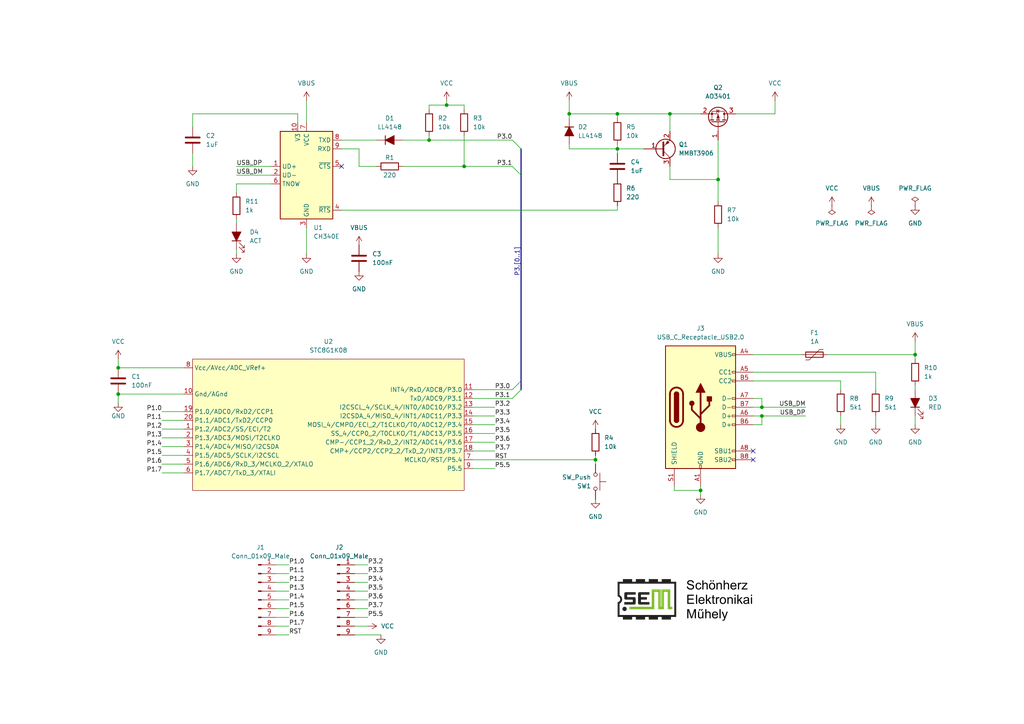
<source format=kicad_sch>
(kicad_sch (version 20230121) (generator eeschema)
  (paper "A4")
  (title_block (title "SEM tanfolyam STC panel") (date "2023-02-09") (rev "A.1"))
  (lib_symbols
    (symbol "Connector:Conn_01x09_Male" (pin_names (offset 1.016) hide)
      (property "Reference" "J" (at 0 12.7 0))
      (property "Value" "Conn_01x09_Male" (at 0 -12.7 0))
      (symbol "Conn_01x09_Male_1_1"
        (polyline (pts (xy 1.27 -10.16) (xy 0.8636 -10.16)) (stroke (width 0.1524)))
        (polyline (pts (xy 1.27 -7.62) (xy 0.8636 -7.62)) (stroke (width 0.1524)))
        (polyline (pts (xy 1.27 -5.08) (xy 0.8636 -5.08)) (stroke (width 0.1524)))
        (polyline (pts (xy 1.27 -2.54) (xy 0.8636 -2.54)) (stroke (width 0.1524)))
        (polyline (pts (xy 1.27 0) (xy 0.8636 0)) (stroke (width 0.1524)))
        (polyline (pts (xy 1.27 2.54) (xy 0.8636 2.54)) (stroke (width 0.1524)))
        (polyline (pts (xy 1.27 5.08) (xy 0.8636 5.08)) (stroke (width 0.1524)))
        (polyline (pts (xy 1.27 7.62) (xy 0.8636 7.62)) (stroke (width 0.1524)))
        (polyline (pts (xy 1.27 10.16) (xy 0.8636 10.16)) (stroke (width 0.1524)))
        (rectangle (start 0.8636 -10.033) (end 0 -10.287) (stroke (width 0.1524)) (fill (type outline)))
        (rectangle (start 0.8636 -7.493) (end 0 -7.747) (stroke (width 0.1524)) (fill (type outline)))
        (rectangle (start 0.8636 -4.953) (end 0 -5.207) (stroke (width 0.1524)) (fill (type outline)))
        (rectangle (start 0.8636 -2.413) (end 0 -2.667) (stroke (width 0.1524)) (fill (type outline)))
        (rectangle (start 0.8636 0.127) (end 0 -0.127) (stroke (width 0.1524)) (fill (type outline)))
        (rectangle (start 0.8636 2.667) (end 0 2.413) (stroke (width 0.1524)) (fill (type outline)))
        (rectangle (start 0.8636 5.207) (end 0 4.953) (stroke (width 0.1524)) (fill (type outline)))
        (rectangle (start 0.8636 7.747) (end 0 7.493) (stroke (width 0.1524)) (fill (type outline)))
        (rectangle (start 0.8636 10.287) (end 0 10.033) (stroke (width 0.1524)) (fill (type outline)))
        (pin passive line (at 5.08 10.16 180) (length 3.81) (name "Pin_1") (number "1"))
        (pin passive line (at 5.08 7.62 180) (length 3.81) (name "Pin_2") (number "2"))
        (pin passive line (at 5.08 5.08 180) (length 3.81) (name "Pin_3") (number "3"))
        (pin passive line (at 5.08 2.54 180) (length 3.81) (name "Pin_4") (number "4"))
        (pin passive line (at 5.08 0 180) (length 3.81) (name "Pin_5") (number "5"))
        (pin passive line (at 5.08 -2.54 180) (length 3.81) (name "Pin_6") (number "6"))
        (pin passive line (at 5.08 -5.08 180) (length 3.81) (name "Pin_7") (number "7"))
        (pin passive line (at 5.08 -7.62 180) (length 3.81) (name "Pin_8") (number "8"))
        (pin passive line (at 5.08 -10.16 180) (length 3.81) (name "Pin_9") (number "9"))
      )
    )
    (symbol "Connector:USB_C_Receptacle_USB2.0" (pin_names (offset 1.016))
      (property "Reference" "J" (at -10.16 19.05 0))
      (property "Value" "USB_C_Receptacle_USB2.0" (at 19.05 19.05 0))
      (symbol "USB_C_Receptacle_USB2.0_0_0"
        (rectangle (start -0.254 -17.78) (end 0.254 -16.764))
        (rectangle (start 10.16 -14.986) (end 9.144 -15.494))
        (rectangle (start 10.16 -12.446) (end 9.144 -12.954))
        (rectangle (start 10.16 -4.826) (end 9.144 -5.334))
        (rectangle (start 10.16 -2.286) (end 9.144 -2.794))
        (rectangle (start 10.16 0.254) (end 9.144 -0.254))
        (rectangle (start 10.16 2.794) (end 9.144 2.286))
        (rectangle (start 10.16 7.874) (end 9.144 7.366))
        (rectangle (start 10.16 10.414) (end 9.144 9.906))
        (rectangle (start 10.16 15.494) (end 9.144 14.986))
      )
      (symbol "USB_C_Receptacle_USB2.0_0_1"
        (rectangle (start -10.16 17.78) (end 10.16 -17.78) (stroke (width 0.254)) (fill (type background)))
        (arc (start -8.89 -3.81) (mid -6.985 -5.7067) (end -5.08 -3.81) (stroke (width 0.508)))
        (arc (start -7.62 -3.81) (mid -6.985 -4.4423) (end -6.35 -3.81) (stroke (width 0.254)))
        (arc (start -7.62 -3.81) (mid -6.985 -4.4423) (end -6.35 -3.81) (stroke (width 0.254)) (fill (type outline)))
        (rectangle (start -7.62 -3.81) (end -6.35 3.81) (stroke (width 0.254)) (fill (type outline)))
        (arc (start -6.35 3.81) (mid -6.985 4.4423) (end -7.62 3.81) (stroke (width 0.254)))
        (arc (start -6.35 3.81) (mid -6.985 4.4423) (end -7.62 3.81) (stroke (width 0.254)) (fill (type outline)))
        (arc (start -5.08 3.81) (mid -6.985 5.7067) (end -8.89 3.81) (stroke (width 0.508)))
        (circle (center -2.54 1.143) (radius 0.635) (stroke (width 0.254)) (fill (type outline)))
        (circle (center 0 -5.842) (radius 1.27) (fill (type outline)))
        (polyline (pts (xy -8.89 -3.81) (xy -8.89 3.81)) (stroke (width 0.508)))
        (polyline (pts (xy -5.08 3.81) (xy -5.08 -3.81)) (stroke (width 0.508)))
        (polyline (pts (xy 0 -5.842) (xy 0 4.318)) (stroke (width 0.508)))
        (polyline (pts (xy 0 -3.302) (xy -2.54 -0.762) (xy -2.54 0.508)) (stroke (width 0.508)))
        (polyline (pts (xy 0 -2.032) (xy 2.54 0.508) (xy 2.54 1.778)) (stroke (width 0.508)))
        (polyline (pts (xy -1.27 4.318) (xy 0 6.858) (xy 1.27 4.318) (xy -1.27 4.318)) (stroke (width 0.254)) (fill (type outline)))
        (rectangle (start 1.905 1.778) (end 3.175 3.048) (stroke (width 0.254)) (fill (type outline)))
      )
      (symbol "USB_C_Receptacle_USB2.0_1_1"
        (pin passive line (at 0 -22.86 90) (length 5.08) (name "GND") (number "A1"))
        (pin passive line (at 0 -22.86 90) (length 5.08) hide (name "GND") (number "A12"))
        (pin passive line (at 15.24 15.24 180) (length 5.08) (name "VBUS") (number "A4"))
        (pin bidirectional line (at 15.24 10.16 180) (length 5.08) (name "CC1") (number "A5"))
        (pin bidirectional line (at 15.24 -2.54 180) (length 5.08) (name "D+") (number "A6"))
        (pin bidirectional line (at 15.24 2.54 180) (length 5.08) (name "D-") (number "A7"))
        (pin bidirectional line (at 15.24 -12.7 180) (length 5.08) (name "SBU1") (number "A8"))
        (pin passive line (at 15.24 15.24 180) (length 5.08) hide (name "VBUS") (number "A9"))
        (pin passive line (at 0 -22.86 90) (length 5.08) hide (name "GND") (number "B1"))
        (pin passive line (at 0 -22.86 90) (length 5.08) hide (name "GND") (number "B12"))
        (pin passive line (at 15.24 15.24 180) (length 5.08) hide (name "VBUS") (number "B4"))
        (pin bidirectional line (at 15.24 7.62 180) (length 5.08) (name "CC2") (number "B5"))
        (pin bidirectional line (at 15.24 -5.08 180) (length 5.08) (name "D+") (number "B6"))
        (pin bidirectional line (at 15.24 0 180) (length 5.08) (name "D-") (number "B7"))
        (pin bidirectional line (at 15.24 -15.24 180) (length 5.08) (name "SBU2") (number "B8"))
        (pin passive line (at 15.24 15.24 180) (length 5.08) hide (name "VBUS") (number "B9"))
        (pin passive line (at -7.62 -22.86 90) (length 5.08) (name "SHIELD") (number "S1"))
      )
    )
    (symbol "Device:C" (pin_numbers hide) (pin_names (offset 0.254))
      (property "Reference" "C" (at 0.635 2.54 0))
      (property "Value" "C" (at 0.635 -2.54 0))
      (symbol "C_0_1"
        (polyline (pts (xy -2.032 -0.762) (xy 2.032 -0.762)) (stroke (width 0.508)))
        (polyline (pts (xy -2.032 0.762) (xy 2.032 0.762)) (stroke (width 0.508)))
      )
      (symbol "C_1_1"
        (pin passive line (at 0 3.81 270) (length 2.794) (name "~") (number "1"))
        (pin passive line (at 0 -3.81 90) (length 2.794) (name "~") (number "2"))
      )
    )
    (symbol "Device:D_Filled" (pin_numbers hide) (pin_names (offset 1.016) hide)
      (property "Reference" "D" (at 0 2.54 0))
      (property "Value" "D_Filled" (at 0 -2.54 0))
      (symbol "D_Filled_0_1"
        (polyline (pts (xy -1.27 1.27) (xy -1.27 -1.27)) (stroke (width 0.254)))
        (polyline (pts (xy 1.27 0) (xy -1.27 0)))
        (polyline (pts (xy 1.27 1.27) (xy 1.27 -1.27) (xy -1.27 0) (xy 1.27 1.27)) (stroke (width 0.254)) (fill (type outline)))
      )
      (symbol "D_Filled_1_1"
        (pin passive line (at -3.81 0 0) (length 2.54) (name "K") (number "1"))
        (pin passive line (at 3.81 0 180) (length 2.54) (name "A") (number "2"))
      )
    )
    (symbol "Device:LED_Filled" (pin_numbers hide) (pin_names (offset 1.016) hide)
      (property "Reference" "D" (at 0 2.54 0))
      (property "Value" "LED_Filled" (at 0 -2.54 0))
      (symbol "LED_Filled_0_1"
        (polyline (pts (xy -1.27 -1.27) (xy -1.27 1.27)) (stroke (width 0.254)))
        (polyline (pts (xy -1.27 0) (xy 1.27 0)))
        (polyline (pts (xy 1.27 -1.27) (xy 1.27 1.27) (xy -1.27 0) (xy 1.27 -1.27)) (stroke (width 0.254)) (fill (type outline)))
        (polyline (pts (xy -3.048 -0.762) (xy -4.572 -2.286) (xy -3.81 -2.286) (xy -4.572 -2.286) (xy -4.572 -1.524)))
        (polyline (pts (xy -1.778 -0.762) (xy -3.302 -2.286) (xy -2.54 -2.286) (xy -3.302 -2.286) (xy -3.302 -1.524)))
      )
      (symbol "LED_Filled_1_1"
        (pin passive line (at -3.81 0 0) (length 2.54) (name "K") (number "1"))
        (pin passive line (at 3.81 0 180) (length 2.54) (name "A") (number "2"))
      )
    )
    (symbol "Device:Polyfuse" (pin_numbers hide) (pin_names (offset 0))
      (property "Reference" "F" (at -2.54 0 90))
      (property "Value" "Polyfuse" (at 2.54 0 90))
      (symbol "Polyfuse_0_1"
        (rectangle (start -0.762 2.54) (end 0.762 -2.54) (stroke (width 0.254)))
        (polyline (pts (xy 0 2.54) (xy 0 -2.54)))
        (polyline (pts (xy -1.524 2.54) (xy -1.524 1.524) (xy 1.524 -1.524) (xy 1.524 -2.54)))
      )
      (symbol "Polyfuse_1_1"
        (pin passive line (at 0 3.81 270) (length 1.27) (name "~") (number "1"))
        (pin passive line (at 0 -3.81 90) (length 1.27) (name "~") (number "2"))
      )
    )
    (symbol "Device:R" (pin_numbers hide) (pin_names (offset 0))
      (property "Reference" "R" (at 2.032 0 90))
      (property "Value" "R" (at 0 0 90))
      (symbol "R_0_1"
        (rectangle (start -1.016 -2.54) (end 1.016 2.54) (stroke (width 0.254)))
      )
      (symbol "R_1_1"
        (pin passive line (at 0 3.81 270) (length 1.27) (name "~") (number "1"))
        (pin passive line (at 0 -3.81 90) (length 1.27) (name "~") (number "2"))
      )
    )
    (symbol "Interface_USB:CH340E"
      (property "Reference" "U" (at -5.08 13.97 0))
      (property "Value" "CH340E" (at 1.27 13.97 0))
      (symbol "CH340E_0_1"
        (rectangle (start -7.62 12.7) (end 7.62 -12.7) (stroke (width 0.254)) (fill (type background)))
      )
      (symbol "CH340E_1_1"
        (pin bidirectional line (at -10.16 2.54 0) (length 2.54) (name "UD+") (number "1"))
        (pin passive line (at -2.54 15.24 270) (length 2.54) (name "V3") (number "10"))
        (pin bidirectional line (at -10.16 0 0) (length 2.54) (name "UD-") (number "2"))
        (pin power_in line (at 0 -15.24 90) (length 2.54) (name "GND") (number "3"))
        (pin output line (at 10.16 -10.16 180) (length 2.54) (name "~{RTS}") (number "4"))
        (pin input line (at 10.16 2.54 180) (length 2.54) (name "~{CTS}") (number "5"))
        (pin output line (at -10.16 -2.54 0) (length 2.54) (name "TNOW") (number "6"))
        (pin power_in line (at 0 15.24 270) (length 2.54) (name "VCC") (number "7"))
        (pin output line (at 10.16 10.16 180) (length 2.54) (name "TXD") (number "8"))
        (pin input line (at 10.16 7.62 180) (length 2.54) (name "RXD") (number "9"))
      )
    )
    (symbol "Switch:SW_Push" (pin_numbers hide) (pin_names (offset 1.016) hide)
      (property "Reference" "SW" (at 1.27 2.54 0))
      (property "Value" "SW_Push" (at 0 -1.524 0))
      (symbol "SW_Push_0_1"
        (circle (center -2.032 0) (radius 0.508))
        (polyline (pts (xy 0 1.27) (xy 0 3.048)))
        (polyline (pts (xy 2.54 1.27) (xy -2.54 1.27)))
        (circle (center 2.032 0) (radius 0.508))
        (pin passive line (at -5.08 0 0) (length 2.54) (name "1") (number "1"))
        (pin passive line (at 5.08 0 180) (length 2.54) (name "2") (number "2"))
      )
    )
    (symbol "Transistor_BJT:MMBT3906" (pin_names (offset 0) hide)
      (property "Reference" "Q" (at 5.08 1.905 0))
      (property "Value" "MMBT3906" (at 5.08 0 0))
      (symbol "MMBT3906_0_1"
        (polyline (pts (xy 0.635 0.635) (xy 2.54 2.54)))
        (polyline (pts (xy 0.635 -0.635) (xy 2.54 -2.54) (xy 2.54 -2.54)))
        (polyline (pts (xy 0.635 1.905) (xy 0.635 -1.905) (xy 0.635 -1.905)) (stroke (width 0.508)))
        (polyline (pts (xy 2.286 -1.778) (xy 1.778 -2.286) (xy 1.27 -1.27) (xy 2.286 -1.778) (xy 2.286 -1.778)) (fill (type outline)))
        (circle (center 1.27 0) (radius 2.8194) (stroke (width 0.254)))
      )
      (symbol "MMBT3906_1_1"
        (pin input line (at -5.08 0 0) (length 5.715) (name "B") (number "1"))
        (pin passive line (at 2.54 -5.08 90) (length 2.54) (name "E") (number "2"))
        (pin passive line (at 2.54 5.08 270) (length 2.54) (name "C") (number "3"))
      )
    )
    (symbol "Transistor_FET:AO3401A" (pin_names hide)
      (property "Reference" "Q" (at 5.08 1.905 0))
      (property "Value" "AO3401A" (at 5.08 0 0))
      (symbol "AO3401A_0_1"
        (polyline (pts (xy 0.254 0) (xy -2.54 0)))
        (polyline (pts (xy 0.254 1.905) (xy 0.254 -1.905)) (stroke (width 0.254)))
        (polyline (pts (xy 0.762 -1.27) (xy 0.762 -2.286)) (stroke (width 0.254)))
        (polyline (pts (xy 0.762 0.508) (xy 0.762 -0.508)) (stroke (width 0.254)))
        (polyline (pts (xy 0.762 2.286) (xy 0.762 1.27)) (stroke (width 0.254)))
        (polyline (pts (xy 2.54 2.54) (xy 2.54 1.778)))
        (polyline (pts (xy 2.54 -2.54) (xy 2.54 0) (xy 0.762 0)))
        (polyline (pts (xy 0.762 1.778) (xy 3.302 1.778) (xy 3.302 -1.778) (xy 0.762 -1.778)))
        (polyline (pts (xy 2.286 0) (xy 1.27 0.381) (xy 1.27 -0.381) (xy 2.286 0)) (fill (type outline)))
        (polyline (pts (xy 2.794 -0.508) (xy 2.921 -0.381) (xy 3.683 -0.381) (xy 3.81 -0.254)))
        (polyline (pts (xy 3.302 -0.381) (xy 2.921 0.254) (xy 3.683 0.254) (xy 3.302 -0.381)))
        (circle (center 1.651 0) (radius 2.794) (stroke (width 0.254)))
        (circle (center 2.54 -1.778) (radius 0.254) (fill (type outline)))
        (circle (center 2.54 1.778) (radius 0.254) (fill (type outline)))
      )
      (symbol "AO3401A_1_1"
        (pin input line (at -5.08 0 0) (length 2.54) (name "G") (number "1"))
        (pin passive line (at 2.54 -5.08 90) (length 2.54) (name "S") (number "2"))
        (pin passive line (at 2.54 5.08 270) (length 2.54) (name "D") (number "3"))
      )
    )
    (symbol "power:GND" (power) (pin_names (offset 0))
      (property "Value" "GND" (at 0 -3.81 0))
      (symbol "GND_0_1"
        (polyline (pts (xy 0 0) (xy 0 -1.27) (xy 1.27 -1.27) (xy 0 -2.54) (xy -1.27 -1.27) (xy 0 -1.27)))
      )
      (symbol "GND_1_1"
        (pin power_in line (at 0 0 270) (length 0) hide (name "GND") (number "1"))
      )
    )
    (symbol "power:PWR_FLAG" (power) (pin_numbers hide) (pin_names (offset 0) hide)
      (property "Value" "PWR_FLAG" (at 0 3.81 0))
      (symbol "PWR_FLAG_0_0"
        (pin power_out line (at 0 0 90) (length 0) (name "pwr") (number "1"))
      )
      (symbol "PWR_FLAG_0_1"
        (polyline (pts (xy 0 0) (xy 0 1.27) (xy -1.016 1.905) (xy 0 2.54) (xy 1.016 1.905) (xy 0 1.27)))
      )
    )
    (symbol "power:VBUS" (power) (pin_names (offset 0))
      (property "Value" "VBUS" (at 0 3.81 0))
      (symbol "VBUS_0_1"
        (polyline (pts (xy -0.762 1.27) (xy 0 2.54)))
        (polyline (pts (xy 0 0) (xy 0 2.54)))
        (polyline (pts (xy 0 2.54) (xy 0.762 1.27)))
      )
      (symbol "VBUS_1_1"
        (pin power_in line (at 0 0 90) (length 0) hide (name "VBUS") (number "1"))
      )
    )
    (symbol "power:VCC" (power) (pin_names (offset 0))
      (property "Value" "VCC" (at 0 3.81 0))
      (symbol "VCC_0_1"
        (polyline (pts (xy -0.762 1.27) (xy 0 2.54)))
        (polyline (pts (xy 0 0) (xy 0 2.54)))
        (polyline (pts (xy 0 2.54) (xy 0.762 1.27)))
      )
      (symbol "VCC_1_1"
        (pin power_in line (at 0 0 90) (length 0) hide (name "VCC") (number "1"))
      )
    )
    (symbol "sem-tanfolyam:STC8G1K08"
      (property "Reference" "U" (at 38.1 20.32 0))
      (property "Value" "STC8G1K08" (at -34.29 20.32 0))
      (symbol "STC8G1K08_0_0"
        (pin passive line (at -41.91 -1.27 0) (length 2.54) (name "P1.2/ADC2/SS/ECI/T2") (number "1"))
        (pin power_in line (at -41.91 8.89 0) (length 2.54) (name "Gnd/AGnd") (number "10"))
        (pin passive line (at 41.91 10.16 180) (length 2.54) (name "INT4/RxD/ADC8/P3.0") (number "11"))
        (pin passive line (at 41.91 7.62 180) (length 2.54) (name "TxD/ADC9/P3.1") (number "12"))
        (pin passive line (at 41.91 5.08 180) (length 2.54) (name "I2CSCL_4/SCLK_4/INT0/ADC10/P3.2") (number "13"))
        (pin passive line (at 41.91 2.54 180) (length 2.54) (name "I2CSDA_4/MISO_4/INT1/ADC11/P3.3") (number "14"))
        (pin passive line (at 41.91 0 180) (length 2.54) (name "MOSI_4/CMPO/ECI_2/T1CLKO/T0/ADC12/P3.4") (number "15"))
        (pin passive line (at 41.91 -2.54 180) (length 2.54) (name "SS_4/CCP0_2/T0CLKO/T1/ADC13/P3.5") (number "16"))
        (pin passive line (at 41.91 -5.08 180) (length 2.54) (name "CMP-/CCP1_2/RxD_2/INT2/ADC14/P3.6") (number "17"))
        (pin passive line (at 41.91 -7.62 180) (length 2.54) (name "CMP+/CCP2/CCP2_2/TxD_2/INT3/P3.7") (number "18"))
        (pin passive line (at -41.91 3.81 0) (length 2.54) (name "P1.0/ADC0/RxD2/CCP1") (number "19"))
        (pin passive line (at -41.91 -3.81 0) (length 2.54) (name "P1.3/ADC3/MOSI/T2CLKO") (number "2"))
        (pin passive line (at -41.91 1.27 0) (length 2.54) (name "P1.1/ADC1/TxD2/CCP0") (number "20"))
        (pin passive line (at -41.91 -6.35 0) (length 2.54) (name "P1.4/ADC4/MISO/I2CSDA") (number "3"))
        (pin passive line (at -41.91 -8.89 0) (length 2.54) (name "P1.5/ADC5/SCLK/I2CSCL") (number "4"))
        (pin passive line (at -41.91 -11.43 0) (length 2.54) (name "P1.6/ADC6/RxD_3/MCLKO_2/XTALO") (number "5"))
        (pin passive line (at -41.91 -13.97 0) (length 2.54) (name "P1.7/ADC7/TxD_3/XTALI") (number "6"))
        (pin passive line (at 41.91 -10.16 180) (length 2.54) (name "MCLKO/RST/P5.4") (number "7"))
        (pin power_in line (at -41.91 16.51 0) (length 2.54) (name "Vcc/AVcc/ADC_VRef+") (number "8"))
        (pin passive line (at 41.91 -12.7 180) (length 2.54) (name "P5.5") (number "9"))
      )
      (symbol "STC8G1K08_0_1"
        (rectangle (start -39.37 19.05) (end 39.37 -19.05) (fill (type background)))
      )
    )
  )
  (junction (at 34.29 114.3))
  (junction (at 165.1 33.02))
  (junction (at 134.62 48.26))
  (junction (at 220.98 118.11))
  (junction (at 220.98 120.65))
  (junction (at 34.29 106.68))
  (junction (at 124.46 40.64))
  (junction (at 194.31 33.02))
  (junction (at 179.07 33.02))
  (junction (at 129.54 30.48))
  (junction (at 172.72 133.35))
  (junction (at 208.28 52.07))
  (junction (at 179.07 43.18))
  (junction (at 265.43 102.87))
  (junction (at 203.2 142.24))
  (no_connect (at 218.44 133.35))
  (no_connect (at 218.44 130.81))
  (no_connect (at 99.06 48.26))
  (bus_entry (at 151.13 113.03) (size -2.54 2.54))
  (bus_entry (at 148.59 48.26) (size 2.54 2.54))
  (bus_entry (at 151.13 110.49) (size -2.54 2.54))
  (bus_entry (at 148.59 40.64) (size 2.54 2.54))
  (bus (pts (xy 151.13 110.49) (xy 151.13 113.03)))
  (wire (pts (xy 129.54 29.21) (xy 129.54 30.48)))
  (wire (pts (xy 218.44 110.49) (xy 243.84 110.49)))
  (wire (pts (xy 194.31 33.02) (xy 203.2 33.02)))
  (wire (pts (xy 220.98 120.65) (xy 220.98 123.19)))
  (wire (pts (xy 254 107.95) (xy 254 113.03)))
  (wire (pts (xy 80.01 168.91) (xy 83.82 168.91)))
  (wire (pts (xy 243.84 110.49) (xy 243.84 113.03)))
  (wire (pts (xy 104.14 48.26) (xy 109.22 48.26)))
  (wire (pts (xy 265.43 104.14) (xy 265.43 102.87)))
  (wire (pts (xy 172.72 133.35) (xy 172.72 132.08)))
  (wire (pts (xy 172.72 134.62) (xy 172.72 133.35)))
  (wire (pts (xy 179.07 59.69) (xy 179.07 60.96)))
  (wire (pts (xy 46.99 134.62) (xy 53.34 134.62)))
  (wire (pts (xy 165.1 33.02) (xy 179.07 33.02)))
  (wire (pts (xy 55.88 36.83) (xy 55.88 33.02)))
  (wire (pts (xy 224.79 33.02) (xy 224.79 29.21)))
  (wire (pts (xy 86.36 33.02) (xy 86.36 35.56)))
  (wire (pts (xy 218.44 102.87) (xy 232.41 102.87)))
  (wire (pts (xy 46.99 119.38) (xy 53.34 119.38)))
  (wire (pts (xy 104.14 43.18) (xy 104.14 48.26)))
  (wire (pts (xy 46.99 127) (xy 53.34 127)))
  (bus (pts (xy 151.13 50.8) (xy 151.13 110.49)))
  (wire (pts (xy 34.29 114.3) (xy 53.34 114.3)))
  (wire (pts (xy 143.51 125.73) (xy 137.16 125.73)))
  (wire (pts (xy 68.58 48.26) (xy 78.74 48.26)))
  (wire (pts (xy 116.84 48.26) (xy 134.62 48.26)))
  (wire (pts (xy 46.99 121.92) (xy 53.34 121.92)))
  (wire (pts (xy 218.44 107.95) (xy 254 107.95)))
  (wire (pts (xy 179.07 41.91) (xy 179.07 43.18)))
  (wire (pts (xy 34.29 104.14) (xy 34.29 106.68)))
  (wire (pts (xy 137.16 133.35) (xy 172.72 133.35)))
  (wire (pts (xy 80.01 166.37) (xy 83.82 166.37)))
  (wire (pts (xy 265.43 120.65) (xy 265.43 123.19)))
  (wire (pts (xy 102.87 179.07) (xy 106.68 179.07)))
  (wire (pts (xy 220.98 115.57) (xy 220.98 118.11)))
  (wire (pts (xy 55.88 44.45) (xy 55.88 48.26)))
  (wire (pts (xy 124.46 30.48) (xy 129.54 30.48)))
  (wire (pts (xy 254 123.19) (xy 254 120.65)))
  (wire (pts (xy 55.88 33.02) (xy 86.36 33.02)))
  (wire (pts (xy 194.31 52.07) (xy 208.28 52.07)))
  (wire (pts (xy 143.51 130.81) (xy 137.16 130.81)))
  (wire (pts (xy 137.16 135.89) (xy 143.51 135.89)))
  (wire (pts (xy 220.98 123.19) (xy 218.44 123.19)))
  (wire (pts (xy 102.87 163.83) (xy 106.68 163.83)))
  (wire (pts (xy 102.87 168.91) (xy 106.68 168.91)))
  (wire (pts (xy 68.58 72.39) (xy 68.58 73.66)))
  (wire (pts (xy 99.06 60.96) (xy 179.07 60.96)))
  (wire (pts (xy 218.44 120.65) (xy 220.98 120.65)))
  (wire (pts (xy 265.43 113.03) (xy 265.43 111.76)))
  (wire (pts (xy 102.87 171.45) (xy 106.68 171.45)))
  (wire (pts (xy 88.9 29.21) (xy 88.9 35.56)))
  (wire (pts (xy 80.01 173.99) (xy 83.82 173.99)))
  (wire (pts (xy 143.51 118.11) (xy 137.16 118.11)))
  (wire (pts (xy 208.28 52.07) (xy 208.28 40.64)))
  (wire (pts (xy 220.98 118.11) (xy 233.68 118.11)))
  (wire (pts (xy 194.31 33.02) (xy 179.07 33.02)))
  (wire (pts (xy 208.28 58.42) (xy 208.28 52.07)))
  (wire (pts (xy 165.1 43.18) (xy 179.07 43.18)))
  (wire (pts (xy 124.46 40.64) (xy 124.46 39.37)))
  (wire (pts (xy 34.29 106.68) (xy 53.34 106.68)))
  (wire (pts (xy 78.74 53.34) (xy 68.58 53.34)))
  (wire (pts (xy 265.43 102.87) (xy 265.43 99.06)))
  (wire (pts (xy 46.99 132.08) (xy 53.34 132.08)))
  (wire (pts (xy 208.28 73.66) (xy 208.28 66.04)))
  (wire (pts (xy 203.2 143.51) (xy 203.2 142.24)))
  (wire (pts (xy 116.84 40.64) (xy 124.46 40.64)))
  (wire (pts (xy 195.58 140.97) (xy 195.58 142.24)))
  (wire (pts (xy 134.62 30.48) (xy 134.62 31.75)))
  (wire (pts (xy 124.46 31.75) (xy 124.46 30.48)))
  (wire (pts (xy 80.01 179.07) (xy 83.82 179.07)))
  (wire (pts (xy 179.07 43.18) (xy 186.69 43.18)))
  (wire (pts (xy 179.07 44.45) (xy 179.07 43.18)))
  (wire (pts (xy 80.01 163.83) (xy 83.82 163.83)))
  (wire (pts (xy 195.58 142.24) (xy 203.2 142.24)))
  (bus (pts (xy 151.13 43.18) (xy 151.13 50.8)))
  (wire (pts (xy 179.07 33.02) (xy 179.07 34.29)))
  (wire (pts (xy 46.99 124.46) (xy 53.34 124.46)))
  (wire (pts (xy 102.87 176.53) (xy 106.68 176.53)))
  (wire (pts (xy 46.99 137.16) (xy 53.34 137.16)))
  (wire (pts (xy 240.03 102.87) (xy 265.43 102.87)))
  (wire (pts (xy 80.01 184.15) (xy 83.82 184.15)))
  (wire (pts (xy 129.54 30.48) (xy 134.62 30.48)))
  (wire (pts (xy 102.87 181.61) (xy 106.68 181.61)))
  (wire (pts (xy 102.87 184.15) (xy 110.49 184.15)))
  (wire (pts (xy 99.06 40.64) (xy 109.22 40.64)))
  (wire (pts (xy 80.01 171.45) (xy 83.82 171.45)))
  (wire (pts (xy 46.99 129.54) (xy 53.34 129.54)))
  (wire (pts (xy 137.16 113.03) (xy 148.59 113.03)))
  (wire (pts (xy 220.98 118.11) (xy 218.44 118.11)))
  (wire (pts (xy 134.62 48.26) (xy 134.62 39.37)))
  (wire (pts (xy 194.31 48.26) (xy 194.31 52.07)))
  (wire (pts (xy 102.87 166.37) (xy 106.68 166.37)))
  (wire (pts (xy 165.1 41.91) (xy 165.1 43.18)))
  (wire (pts (xy 194.31 38.1) (xy 194.31 33.02)))
  (wire (pts (xy 68.58 53.34) (xy 68.58 55.88)))
  (wire (pts (xy 165.1 29.21) (xy 165.1 33.02)))
  (wire (pts (xy 68.58 63.5) (xy 68.58 64.77)))
  (wire (pts (xy 34.29 116.84) (xy 34.29 114.3)))
  (wire (pts (xy 134.62 48.26) (xy 148.59 48.26)))
  (wire (pts (xy 143.51 120.65) (xy 137.16 120.65)))
  (wire (pts (xy 203.2 142.24) (xy 203.2 140.97)))
  (wire (pts (xy 213.36 33.02) (xy 224.79 33.02)))
  (wire (pts (xy 165.1 34.29) (xy 165.1 33.02)))
  (wire (pts (xy 68.58 50.8) (xy 78.74 50.8)))
  (wire (pts (xy 80.01 181.61) (xy 83.82 181.61)))
  (wire (pts (xy 143.51 123.19) (xy 137.16 123.19)))
  (wire (pts (xy 218.44 115.57) (xy 220.98 115.57)))
  (wire (pts (xy 88.9 73.66) (xy 88.9 66.04)))
  (wire (pts (xy 243.84 123.19) (xy 243.84 120.65)))
  (wire (pts (xy 137.16 115.57) (xy 148.59 115.57)))
  (wire (pts (xy 143.51 128.27) (xy 137.16 128.27)))
  (wire (pts (xy 124.46 40.64) (xy 148.59 40.64)))
  (wire (pts (xy 99.06 43.18) (xy 104.14 43.18)))
  (wire (pts (xy 102.87 173.99) (xy 106.68 173.99)))
  (wire (pts (xy 80.01 176.53) (xy 83.82 176.53)))
  (wire (pts (xy 220.98 120.65) (xy 233.68 120.65)))
  (image (at 199.39 173.99) (scale 0.457328))
  (label "P3.4" (at 106.68 168.91 0))
  (label "P1.6" (at 83.82 179.07 0))
  (label "P3.[0..1]" (at 151.13 80.01 90))
  (label "P1.2" (at 46.99 124.46 180))
  (label "P5.5" (at 143.51 135.89 0))
  (label "P1.5" (at 83.82 176.53 0))
  (label "P3.2" (at 106.68 163.83 0))
  (label "P1.4" (at 83.82 173.99 0))
  (label "P1.1" (at 83.82 166.37 0))
  (label "P3.2" (at 143.51 118.11 0))
  (label "P5.5" (at 106.68 179.07 0))
  (label "USB_DP" (at 68.58 48.26 0))
  (label "P3.5" (at 143.51 125.73 0))
  (label "P3.0" (at 143.51 113.03 0))
  (label "P3.1" (at 143.51 115.57 0))
  (label "P3.7" (at 143.51 130.81 0))
  (label "P1.5" (at 46.99 132.08 180))
  (label "P1.3" (at 83.82 171.45 0))
  (label "P1.6" (at 46.99 134.62 180))
  (label "RST" (at 83.82 184.15 0))
  (label "P1.7" (at 46.99 137.16 180))
  (label "P1.0" (at 83.82 163.83 0))
  (label "P1.0" (at 46.99 119.38 180))
  (label "P3.6" (at 106.68 173.99 0))
  (label "P1.1" (at 46.99 121.92 180))
  (label "P1.7" (at 83.82 181.61 0))
  (label "P3.4" (at 143.51 123.19 0))
  (label "P3.1" (at 148.59 48.26 180))
  (label "P1.4" (at 46.99 129.54 180))
  (label "P1.3" (at 46.99 127 180))
  (label "P3.3" (at 143.51 120.65 0))
  (label "P3.7" (at 106.68 176.53 0))
  (label "USB_DM" (at 233.68 118.11 180))
  (label "RST" (at 143.51 133.35 0))
  (label "P3.3" (at 106.68 166.37 0))
  (label "P3.6" (at 143.51 128.27 0))
  (label "USB_DP" (at 233.68 120.65 180))
  (label "P3.0" (at 148.59 40.64 180))
  (label "USB_DM" (at 68.58 50.8 0))
  (label "P3.5" (at 106.68 171.45 0))
  (label "P1.2" (at 83.82 168.91 0))
  (symbol (lib_id "power:VBUS") (at 165.1 29.21 0) (unit 1)
    (property "Reference" "#PWR011" (effects hide))
    (property "Value" "VBUS" (at 165.1 24.13 0))
  )
  (symbol (lib_id "power:GND") (at 203.2 143.51 0) (unit 1)
    (property "Reference" "#PWR014" (effects hide))
    (property "Value" "GND" (at 203.2 148.59 0))
  )
  (symbol (lib_id "power:GND") (at 34.29 116.84 0) (unit 1)
    (property "Reference" "#PWR02" (effects hide))
    (property "Value" "GND" (at 34.29 120.65 0))
  )
  (symbol (lib_id "power:VCC") (at 106.68 181.61 270) (unit 1)
    (property "Reference" "#PWR08" (effects hide))
    (property "Value" "VCC" (at 110.49 181.6099 90) (effects (justify left)))
  )
  (symbol (lib_id "power:VBUS") (at 265.43 99.06 0) (unit 1)
    (property "Reference" "#PWR021" (effects hide))
    (property "Value" "VBUS" (at 265.43 93.98 0))
  )
  (symbol (lib_id "power:PWR_FLAG") (at 265.43 59.69 0) (unit 1)
    (property "Reference" "#FLG0101" (effects hide))
    (property "Value" "PWR_FLAG" (at 265.43 54.61 0))
  )
  (symbol (lib_id "Device:R") (at 113.03 48.26 270) (unit 1)
    (property "Reference" "R1" (at 113.03 45.72 90))
    (property "Value" "220" (at 113.03 50.8 90))
    (property "Footprint" "Resistor_SMD:R_0603_1608Metric" (effects hide))
  )
  (symbol (lib_id "Connector:Conn_01x09_Male") (at 97.79 173.99 0) (unit 1)
    (property "Reference" "J2" (at 98.425 158.75 0))
    (property "Value" "Conn_01x09_Male" (at 98.425 161.29 0))
    (property "Footprint" "Connector_PinHeader_2.54mm:PinHeader_1x09_P2.54mm_Vertical" (effects hide))
  )
  (symbol (lib_id "Device:C") (at 55.88 40.64 0) (unit 1)
    (property "Reference" "C2" (at 59.69 39.3699 0) (effects (justify left)))
    (property "Value" "1uF" (at 59.69 41.9099 0) (effects (justify left)))
    (property "Footprint" "Capacitor_SMD:C_0603_1608Metric" (effects hide))
  )
  (symbol (lib_id "Device:C") (at 34.29 110.49 0) (unit 1)
    (property "Reference" "C1" (at 38.1 109.2199 0) (effects (justify left)))
    (property "Value" "100nF" (at 38.1 111.7599 0) (effects (justify left)))
    (property "Footprint" "Capacitor_SMD:C_0603_1608Metric" (effects hide))
  )
  (symbol (lib_id "power:GND") (at 254 123.19 0) (unit 1)
    (property "Reference" "#PWR020" (effects hide))
    (property "Value" "GND" (at 254 128.27 0))
  )
  (symbol (lib_id "Connector:Conn_01x09_Male") (at 74.93 173.99 0) (unit 1)
    (property "Reference" "J1" (at 75.565 158.75 0))
    (property "Value" "Conn_01x09_Male" (at 75.565 161.29 0))
    (property "Footprint" "Connector_PinHeader_2.54mm:PinHeader_1x09_P2.54mm_Vertical" (effects hide))
  )
  (symbol (lib_id "power:GND") (at 88.9 73.66 0) (unit 1)
    (property "Reference" "#PWR05" (effects hide))
    (property "Value" "GND" (at 88.9 78.74 0))
  )
  (symbol (lib_id "power:PWR_FLAG") (at 241.3 59.69 180) (unit 1)
    (property "Reference" "#FLG01" (effects hide))
    (property "Value" "PWR_FLAG" (at 241.3 64.77 0))
  )
  (symbol (lib_id "Device:R") (at 208.28 62.23 0) (unit 1)
    (property "Reference" "R7" (at 210.82 60.9599 0) (effects (justify left)))
    (property "Value" "10k" (at 210.82 63.4999 0) (effects (justify left)))
    (property "Footprint" "Resistor_SMD:R_0603_1608Metric" (effects hide))
  )
  (symbol (lib_id "power:VCC") (at 241.3 59.69 0) (unit 1)
    (property "Reference" "#PWR017" (effects hide))
    (property "Value" "VCC" (at 241.3 54.61 0))
  )
  (symbol (lib_id "power:VBUS") (at 252.73 59.69 0) (unit 1)
    (property "Reference" "#PWR019" (effects hide))
    (property "Value" "VBUS" (at 252.73 54.61 0))
  )
  (symbol (lib_id "power:VCC") (at 172.72 124.46 0) (unit 1)
    (property "Reference" "#PWR012" (effects hide))
    (property "Value" "VCC" (at 172.72 119.38 0))
  )
  (symbol (lib_id "power:VCC") (at 224.79 29.21 0) (unit 1)
    (property "Reference" "#PWR016" (effects hide))
    (property "Value" "VCC" (at 224.79 24.13 0))
  )
  (symbol (lib_id "power:GND") (at 68.58 73.66 0) (unit 1)
    (property "Reference" "#PWR0102" (effects hide))
    (property "Value" "GND" (at 68.58 78.74 0))
  )
  (symbol (lib_id "power:GND") (at 104.14 78.74 0) (unit 1)
    (property "Reference" "#PWR07" (effects hide))
    (property "Value" "GND" (at 104.14 83.82 0))
  )
  (symbol (lib_id "Device:R") (at 243.84 116.84 0) (unit 1)
    (property "Reference" "R8" (at 246.38 115.5699 0) (effects (justify left)))
    (property "Value" "5k1" (at 246.38 118.1099 0) (effects (justify left)))
    (property "Footprint" "Resistor_SMD:R_0603_1608Metric" (effects hide))
  )
  (symbol (lib_id "Connector:USB_C_Receptacle_USB2.0") (at 203.2 118.11 0) (unit 1)
    (property "Reference" "J3" (at 203.2 95.25 0))
    (property "Value" "USB_C_Receptacle_USB2.0" (at 203.2 97.79 0))
    (property "Footprint" "Connector_USB:USB_C_Receptacle_G-Switch_GT-USB-7010ASV" (effects hide))
    (property "Datasheet" "https://www.usb.org/sites/default/files/documents/usb_type-c.zip" (effects hide))
  )
  (symbol (lib_id "Device:R") (at 265.43 107.95 0) (unit 1)
    (property "Reference" "R10" (at 267.97 106.6799 0) (effects (justify left)))
    (property "Value" "1k" (at 267.97 109.2199 0) (effects (justify left)))
    (property "Footprint" "Resistor_SMD:R_0603_1608Metric" (effects hide))
  )
  (symbol (lib_id "power:VBUS") (at 104.14 71.12 0) (unit 1)
    (property "Reference" "#PWR06" (effects hide))
    (property "Value" "VBUS" (at 104.14 66.04 0))
  )
  (symbol (lib_id "power:GND") (at 265.43 59.69 0) (unit 1)
    (property "Reference" "#PWR0101" (effects hide))
    (property "Value" "GND" (at 265.43 64.77 0))
  )
  (symbol (lib_id "power:GND") (at 243.84 123.19 0) (unit 1)
    (property "Reference" "#PWR018" (effects hide))
    (property "Value" "GND" (at 243.84 128.27 0))
  )
  (symbol (lib_id "Device:D_Filled") (at 165.1 38.1 270) (unit 1)
    (property "Reference" "D2" (at 167.64 36.8299 90) (effects (justify left)))
    (property "Value" "LL4148" (at 167.64 39.3699 90) (effects (justify left)))
    (property "Footprint" "Diode_SMD:D_MiniMELF" (effects hide))
  )
  (symbol (lib_id "Device:LED_Filled") (at 265.43 116.84 90) (unit 1)
    (property "Reference" "D3" (at 269.24 115.57 90) (effects (justify right)))
    (property "Value" "RED" (at 269.24 118.11 90) (effects (justify right)))
    (property "Footprint" "LED_SMD:LED_0603_1608Metric" (effects hide))
  )
  (symbol (lib_id "Interface_USB:CH340E") (at 88.9 50.8 0) (unit 1)
    (property "Reference" "U1" (at 90.9194 66.04 0) (effects (justify left)))
    (property "Value" "CH340E" (at 90.9194 68.58 0) (effects (justify left)))
    (property "Footprint" "Package_SO:MSOP-10_3x3mm_P0.5mm" (effects hide))
    (property "Datasheet" "https://www.mpja.com/download/35227cpdata.pdf" (effects hide))
  )
  (symbol (lib_id "Device:R") (at 254 116.84 0) (unit 1)
    (property "Reference" "R9" (at 256.54 115.5699 0) (effects (justify left)))
    (property "Value" "5k1" (at 256.54 118.1099 0) (effects (justify left)))
    (property "Footprint" "Resistor_SMD:R_0603_1608Metric" (effects hide))
  )
  (symbol (lib_id "power:GND") (at 172.72 144.78 0) (unit 1)
    (property "Reference" "#PWR013" (effects hide))
    (property "Value" "GND" (at 172.72 149.86 0))
  )
  (symbol (lib_id "power:GND") (at 265.43 123.19 0) (unit 1)
    (property "Reference" "#PWR022" (effects hide))
    (property "Value" "GND" (at 265.43 128.27 0))
  )
  (symbol (lib_id "Device:C") (at 179.07 48.26 0) (unit 1)
    (property "Reference" "C4" (at 182.88 46.9899 0) (effects (justify left)))
    (property "Value" "1uF" (at 182.88 49.5299 0) (effects (justify left)))
    (property "Footprint" "Capacitor_SMD:C_0603_1608Metric" (effects hide))
  )
  (symbol (lib_id "Device:R") (at 179.07 38.1 0) (unit 1)
    (property "Reference" "R5" (at 181.61 36.8299 0) (effects (justify left)))
    (property "Value" "10k" (at 181.61 39.3699 0) (effects (justify left)))
    (property "Footprint" "Resistor_SMD:R_0603_1608Metric" (effects hide))
  )
  (symbol (lib_id "Transistor_FET:AO3401A") (at 208.28 35.56 270) (mirror x) (unit 1)
    (property "Reference" "Q2" (at 208.28 25.4 90))
    (property "Value" "AO3401" (at 208.28 27.94 90))
    (property "Footprint" "Package_TO_SOT_SMD:SOT-23" (effects hide))
    (property "Datasheet" "http://www.aosmd.com/pdfs/datasheet/AO3401A.pdf" (effects hide))
  )
  (symbol (lib_id "Transistor_BJT:MMBT3906") (at 191.77 43.18 0) (mirror x) (unit 1)
    (property "Reference" "Q1" (at 196.85 41.9099 0) (effects (justify left)))
    (property "Value" "MMBT3906" (at 196.85 44.4499 0) (effects (justify left)))
    (property "Footprint" "Package_TO_SOT_SMD:SOT-23" (effects hide))
    (property "Datasheet" "https://www.onsemi.com/pub/Collateral/2N3906-D.PDF" (effects hide))
  )
  (symbol (lib_id "Device:LED_Filled") (at 68.58 68.58 90) (unit 1)
    (property "Reference" "D4" (at 72.39 67.31 90) (effects (justify right)))
    (property "Value" "ACT" (at 72.39 69.85 90) (effects (justify right)))
    (property "Footprint" "LED_SMD:LED_0603_1608Metric" (effects hide))
  )
  (symbol (lib_id "Device:D_Filled") (at 113.03 40.64 0) (unit 1)
    (property "Reference" "D1" (at 113.03 34.29 0))
    (property "Value" "LL4148" (at 113.03 36.83 0))
    (property "Footprint" "Diode_SMD:D_MiniMELF" (effects hide))
  )
  (symbol (lib_id "power:VCC") (at 129.54 29.21 0) (unit 1)
    (property "Reference" "#PWR010" (effects hide))
    (property "Value" "VCC" (at 129.54 24.13 0))
  )
  (symbol (lib_id "power:GND") (at 208.28 73.66 0) (unit 1)
    (property "Reference" "#PWR015" (effects hide))
    (property "Value" "GND" (at 208.28 78.74 0))
  )
  (symbol (lib_id "power:PWR_FLAG") (at 252.73 59.69 180) (unit 1)
    (property "Reference" "#FLG02" (effects hide))
    (property "Value" "PWR_FLAG" (at 252.73 64.77 0))
  )
  (symbol (lib_id "Device:R") (at 172.72 128.27 0) (unit 1)
    (property "Reference" "R4" (at 175.26 126.9999 0) (effects (justify left)))
    (property "Value" "10k" (at 175.26 129.5399 0) (effects (justify left)))
    (property "Footprint" "Resistor_SMD:R_0603_1608Metric" (effects hide))
  )
  (symbol (lib_id "Device:C") (at 104.14 74.93 0) (unit 1)
    (property "Reference" "C3" (at 107.95 73.6599 0) (effects (justify left)))
    (property "Value" "100nF" (at 107.95 76.1999 0) (effects (justify left)))
    (property "Footprint" "Capacitor_SMD:C_0603_1608Metric" (effects hide))
  )
  (symbol (lib_id "Device:R") (at 68.58 59.69 0) (unit 1)
    (property "Reference" "R11" (at 71.12 58.4199 0) (effects (justify left)))
    (property "Value" "1k" (at 71.12 60.9599 0) (effects (justify left)))
    (property "Footprint" "Resistor_SMD:R_0603_1608Metric" (effects hide))
  )
  (symbol (lib_id "Device:R") (at 134.62 35.56 0) (unit 1)
    (property "Reference" "R3" (at 137.16 34.2899 0) (effects (justify left)))
    (property "Value" "10k" (at 137.16 36.8299 0) (effects (justify left)))
    (property "Footprint" "Resistor_SMD:R_0603_1608Metric" (effects hide))
  )
  (symbol (lib_id "Device:R") (at 124.46 35.56 0) (unit 1)
    (property "Reference" "R2" (at 127 34.2899 0) (effects (justify left)))
    (property "Value" "10k" (at 127 36.8299 0) (effects (justify left)))
    (property "Footprint" "Resistor_SMD:R_0603_1608Metric" (effects hide))
  )
  (symbol (lib_id "power:GND") (at 55.88 48.26 0) (unit 1)
    (property "Reference" "#PWR03" (effects hide))
    (property "Value" "GND" (at 55.88 53.34 0))
  )
  (symbol (lib_id "Device:Polyfuse") (at 236.22 102.87 90) (unit 1)
    (property "Reference" "F1" (at 236.22 96.52 90))
    (property "Value" "1A" (at 236.22 99.06 90))
    (property "Footprint" "Fuse:Fuse_1206_3216Metric" (effects hide))
  )
  (symbol (lib_id "power:VBUS") (at 88.9 29.21 0) (unit 1)
    (property "Reference" "#PWR04" (effects hide))
    (property "Value" "VBUS" (at 88.9 24.13 0))
  )
  (symbol (lib_id "Switch:SW_Push") (at 172.72 139.7 270) (unit 1)
    (property "Reference" "SW1" (at 171.45 140.9701 90) (effects (justify right)))
    (property "Value" "SW_Push" (at 171.45 138.4301 90) (effects (justify right)))
    (property "Footprint" "Button_Switch_SMD:SW_Push_1P1T_NO_6x6mm_H9.5mm" (effects hide))
  )
  (symbol (lib_id "sem-tanfolyam:STC8G1K08") (at 95.25 123.19 0) (unit 1)
    (property "Reference" "U2" (at 95.25 99.06 0))
    (property "Value" "STC8G1K08" (at 95.25 101.6 0))
    (property "Footprint" "Package_SO:TSSOP-20_4.4x6.5mm_P0.65mm" (effects hide))
  )
  (symbol (lib_id "power:GND") (at 110.49 184.15 0) (unit 1)
    (property "Reference" "#PWR09" (effects hide))
    (property "Value" "GND" (at 110.49 189.23 0))
  )
  (symbol (lib_id "power:VCC") (at 34.29 104.14 0) (unit 1)
    (property "Reference" "#PWR01" (effects hide))
    (property "Value" "VCC" (at 34.29 99.06 0))
  )
  (symbol (lib_id "Device:R") (at 179.07 55.88 0) (unit 1)
    (property "Reference" "R6" (at 181.61 54.6099 0) (effects (justify left)))
    (property "Value" "220" (at 181.61 57.1499 0) (effects (justify left)))
    (property "Footprint" "Resistor_SMD:R_0603_1608Metric" (effects hide))
  )
)
</source>
